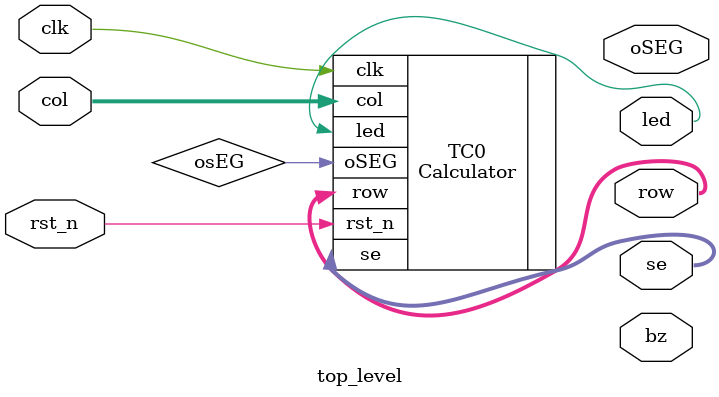
<source format=v>
module top_level(
	input clk,
	input rst_n,
	input [3:0] col,
	output [3:0] row,
	output [7:0] se,
	output [7:0] oSEG,
	output bz,
	output led
);

Calculator TC0 (.clk(clk),.rst_n(rst_n),.col(col),.row(row),.se(se),.oSEG(osEG),.led(led));

endmodule
</source>
